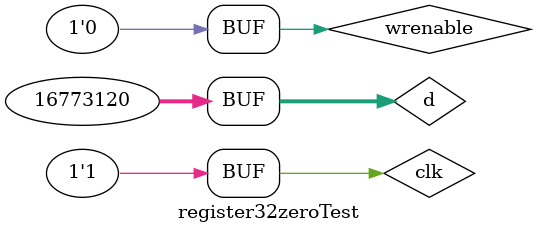
<source format=v>
`include "Core/register.v"
`include "Core/register32.v"
`include "Core/register32zero.v"

module register32Test();

	wire[31:0] q;
	reg[31:0] d;
	reg wrenable;
	reg clk;

	register32 DUT (q, d, wrenable, clk);

	initial begin

		// Test Case 1:
		// Write to the register
		d = 32'hFFFAAA; wrenable = 1;
		#5 clk = 0;
		#5 clk = 1;
		if (q != d) begin
			$display("32 bit register Test Case 1 failed");
		end

		// Test Case 2:
		// Do not enable writing to register
		d = 32'hFFF000; wrenable = 0;
		#5 clk = 0;
		#5 clk = 1;
		if (q == d) begin
			$display("32 bit register Test Case 1 failed");
		end
	end
endmodule // register32Test

// Unit tests for the 32 bit zero register module.
module register32zeroTest();
	wire[31:0] q;
	reg[31:0] d;
	reg wrenable;
	reg clk;

	register32zero DUT (q, d, wrenable, clk);

	reg dutpassed;	// Flag is set to false if any of the tests fail.

	initial begin
		dutpassed = 1;

		// Test Case 1:
		// Write to the register
		d = 32'hFFFAAA; wrenable = 1;
		#5 clk = 0;
		#5 clk = 1;
		if (q != 0) begin
			$display("32 bit zero register Test Case 1 failed");
			dutpassed = 0;
		end

		// Test Case 2:
		// Do not enable writing to register
		#5
		d = 32'hFFF000; wrenable = 0;
		#5 clk = 0;
		#5 clk = 1;
		if (q != 0) begin
			$display("32 bit zero register Test Case 2 failed");
			dutpassed = 0;
		end

		#5

		if (dutpassed ==1) begin
			$display("All register tests passed.");
		end
	end
endmodule // register32zeroTest

</source>
